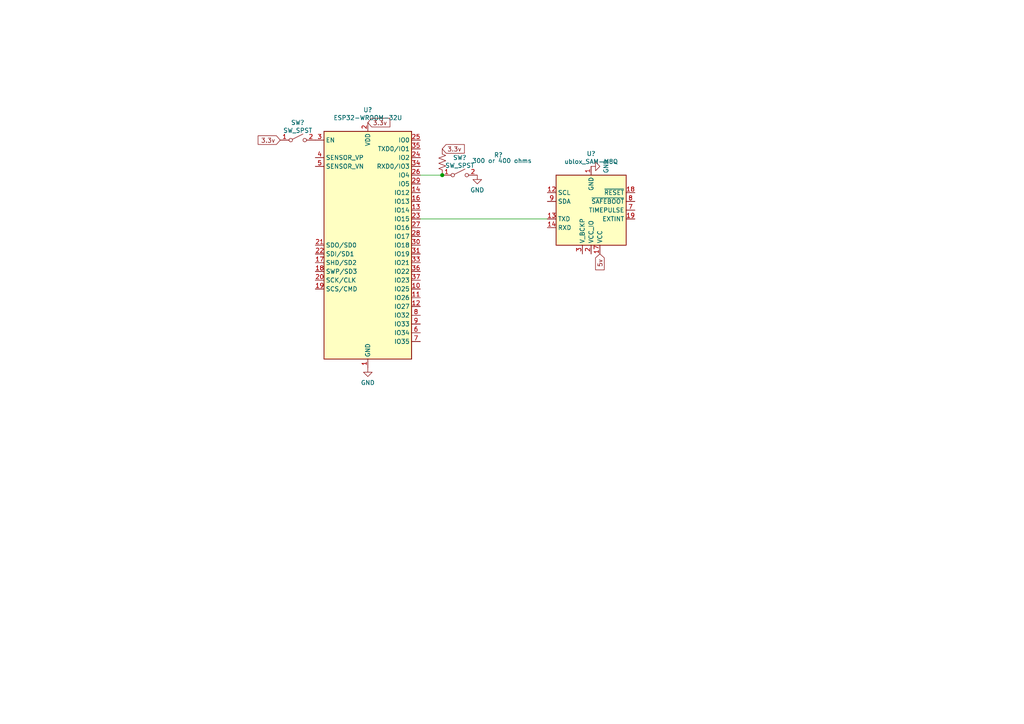
<source format=kicad_sch>
(kicad_sch (version 20210126) (generator eeschema)
  (paper "A4")
  (lib_symbols
    (symbol "Device:R_US" (pin_numbers hide) (pin_names (offset 0))
      (property "Reference" "R" (at 2.54 0 90))
      (property "Value" "R_US" (at -2.54 0 90))
      (symbol "R_US_0_1"
        (polyline (pts (xy 0 -2.286) (xy 0 -2.54)))
        (polyline (pts (xy 0 2.286) (xy 0 2.54)))
        (polyline (pts (xy 0 -0.762) (xy 1.016 -1.143) (xy 0 -1.524) (xy -1.016 -1.905) (xy 0 -2.286)))
        (polyline (pts (xy 0 0.762) (xy 1.016 0.381) (xy 0 0) (xy -1.016 -0.381) (xy 0 -0.762)))
        (polyline (pts (xy 0 2.286) (xy 1.016 1.905) (xy 0 1.524) (xy -1.016 1.143) (xy 0 0.762)))
      )
      (symbol "R_US_1_1"
        (pin passive line (at 0 3.81 270) (length 1.27) (name "~") (number "1"))
        (pin passive line (at 0 -3.81 90) (length 1.27) (name "~") (number "2"))
      )
    )
    (symbol "RF_GPS:ublox_SAM-M8Q"
      (property "Reference" "U" (at -8.89 11.43 0))
      (property "Value" "ublox_SAM-M8Q" (at 11.43 11.43 0))
      (symbol "ublox_SAM-M8Q_0_1"
        (rectangle (start -10.16 10.16) (end 10.16 -10.16) (stroke (width 0.254)) (fill (type background)))
      )
      (symbol "ublox_SAM-M8Q_1_1"
        (pin power_in line (at 0 -12.7 90) (length 2.54) (name "GND") (number "1"))
        (pin passive line (at 0 -12.7 90) (length 2.54) hide (name "GND") (number "10"))
        (pin passive line (at 0 -12.7 90) (length 2.54) hide (name "GND") (number "11"))
        (pin input line (at 12.7 -5.08 180) (length 2.54) (name "SCL") (number "12"))
        (pin output line (at 12.7 2.54 180) (length 2.54) (name "TXD") (number "13"))
        (pin input line (at 12.7 5.08 180) (length 2.54) (name "RXD") (number "14"))
        (pin passive line (at 0 -12.7 90) (length 2.54) hide (name "GND") (number "15"))
        (pin passive line (at 0 -12.7 90) (length 2.54) hide (name "GND") (number "16"))
        (pin power_in line (at -2.54 12.7 270) (length 2.54) (name "VCC") (number "17"))
        (pin input line (at -12.7 -5.08 0) (length 2.54) (name "~RESET") (number "18"))
        (pin input line (at -12.7 2.54 0) (length 2.54) (name "EXTINT") (number "19"))
        (pin power_in line (at 0 12.7 270) (length 2.54) (name "VCC_IO") (number "2"))
        (pin passive line (at 0 -12.7 90) (length 2.54) hide (name "GND") (number "20"))
        (pin power_in line (at 2.54 12.7 270) (length 2.54) (name "V_BCKP") (number "3"))
        (pin passive line (at 0 -12.7 90) (length 2.54) hide (name "GND") (number "4"))
        (pin passive line (at 0 -12.7 90) (length 2.54) hide (name "GND") (number "5"))
        (pin passive line (at 0 -12.7 90) (length 2.54) hide (name "GND") (number "6"))
        (pin output line (at -12.7 0 0) (length 2.54) (name "TIMEPULSE") (number "7"))
        (pin input line (at -12.7 -2.54 0) (length 2.54) (name "~SAFEBOOT") (number "8"))
        (pin bidirectional line (at 12.7 -2.54 180) (length 2.54) (name "SDA") (number "9"))
      )
    )
    (symbol "RF_Module:ESP32-WROOM-32U"
      (property "Reference" "U" (at -12.7 34.29 0))
      (property "Value" "ESP32-WROOM-32U" (at 1.27 34.29 0))
      (symbol "ESP32-WROOM-32U_0_1"
        (rectangle (start -12.7 33.02) (end 12.7 -33.02) (stroke (width 0.254)) (fill (type background)))
      )
      (symbol "ESP32-WROOM-32U_1_1"
        (pin power_in line (at 0 -35.56 90) (length 2.54) (name "GND") (number "1"))
        (pin bidirectional line (at 15.24 -12.7 180) (length 2.54) (name "IO25") (number "10"))
        (pin bidirectional line (at 15.24 -15.24 180) (length 2.54) (name "IO26") (number "11"))
        (pin bidirectional line (at 15.24 -17.78 180) (length 2.54) (name "IO27") (number "12"))
        (pin bidirectional line (at 15.24 10.16 180) (length 2.54) (name "IO14") (number "13"))
        (pin bidirectional line (at 15.24 15.24 180) (length 2.54) (name "IO12") (number "14"))
        (pin passive line (at 0 -35.56 90) (length 2.54) hide (name "GND") (number "15"))
        (pin bidirectional line (at 15.24 12.7 180) (length 2.54) (name "IO13") (number "16"))
        (pin bidirectional line (at -15.24 -5.08 0) (length 2.54) (name "SHD/SD2") (number "17"))
        (pin bidirectional line (at -15.24 -7.62 0) (length 2.54) (name "SWP/SD3") (number "18"))
        (pin bidirectional line (at -15.24 -12.7 0) (length 2.54) (name "SCS/CMD") (number "19"))
        (pin power_in line (at 0 35.56 270) (length 2.54) (name "VDD") (number "2"))
        (pin bidirectional line (at -15.24 -10.16 0) (length 2.54) (name "SCK/CLK") (number "20"))
        (pin bidirectional line (at -15.24 0 0) (length 2.54) (name "SDO/SD0") (number "21"))
        (pin bidirectional line (at -15.24 -2.54 0) (length 2.54) (name "SDI/SD1") (number "22"))
        (pin bidirectional line (at 15.24 7.62 180) (length 2.54) (name "IO15") (number "23"))
        (pin bidirectional line (at 15.24 25.4 180) (length 2.54) (name "IO2") (number "24"))
        (pin bidirectional line (at 15.24 30.48 180) (length 2.54) (name "IO0") (number "25"))
        (pin bidirectional line (at 15.24 20.32 180) (length 2.54) (name "IO4") (number "26"))
        (pin bidirectional line (at 15.24 5.08 180) (length 2.54) (name "IO16") (number "27"))
        (pin bidirectional line (at 15.24 2.54 180) (length 2.54) (name "IO17") (number "28"))
        (pin bidirectional line (at 15.24 17.78 180) (length 2.54) (name "IO5") (number "29"))
        (pin input line (at -15.24 30.48 0) (length 2.54) (name "EN") (number "3"))
        (pin bidirectional line (at 15.24 0 180) (length 2.54) (name "IO18") (number "30"))
        (pin bidirectional line (at 15.24 -2.54 180) (length 2.54) (name "IO19") (number "31"))
        (pin no_connect line (at -12.7 -27.94 0) (length 2.54) hide (name "NC") (number "32"))
        (pin bidirectional line (at 15.24 -5.08 180) (length 2.54) (name "IO21") (number "33"))
        (pin bidirectional line (at 15.24 22.86 180) (length 2.54) (name "RXD0/IO3") (number "34"))
        (pin bidirectional line (at 15.24 27.94 180) (length 2.54) (name "TXD0/IO1") (number "35"))
        (pin bidirectional line (at 15.24 -7.62 180) (length 2.54) (name "IO22") (number "36"))
        (pin bidirectional line (at 15.24 -10.16 180) (length 2.54) (name "IO23") (number "37"))
        (pin passive line (at 0 -35.56 90) (length 2.54) hide (name "GND") (number "38"))
        (pin passive line (at 0 -35.56 90) (length 2.54) hide (name "GND") (number "39"))
        (pin input line (at -15.24 25.4 0) (length 2.54) (name "SENSOR_VP") (number "4"))
        (pin input line (at -15.24 22.86 0) (length 2.54) (name "SENSOR_VN") (number "5"))
        (pin input line (at 15.24 -25.4 180) (length 2.54) (name "IO34") (number "6"))
        (pin input line (at 15.24 -27.94 180) (length 2.54) (name "IO35") (number "7"))
        (pin bidirectional line (at 15.24 -20.32 180) (length 2.54) (name "IO32") (number "8"))
        (pin bidirectional line (at 15.24 -22.86 180) (length 2.54) (name "IO33") (number "9"))
      )
    )
    (symbol "Switch:SW_SPST" (pin_names (offset 0) hide)
      (property "Reference" "SW" (at 0 3.175 0))
      (property "Value" "SW_SPST" (at 0 -2.54 0))
      (symbol "SW_SPST_0_0"
        (circle (center -2.032 0) (radius 0.508))
        (circle (center 2.032 0) (radius 0.508))
        (polyline (pts (xy -1.524 0.254) (xy 1.524 1.778)))
      )
      (symbol "SW_SPST_1_1"
        (pin passive line (at -5.08 0 0) (length 2.54) (name "A") (number "1"))
        (pin passive line (at 5.08 0 180) (length 2.54) (name "B") (number "2"))
      )
    )
    (symbol "power:GND" (power) (pin_names (offset 0))
      (property "Value" "GND" (at 0 -3.81 0))
      (symbol "GND_0_1"
        (polyline (pts (xy 0 0) (xy 0 -1.27) (xy 1.27 -1.27) (xy 0 -2.54) (xy -1.27 -1.27) (xy 0 -1.27)))
      )
      (symbol "GND_1_1"
        (pin power_in line (at 0 0 270) (length 0) hide (name "GND") (number "1"))
      )
    )
  )
  (junction (at 128.27 50.8) (diameter 1.016))
  (wire (pts (xy 121.92 50.8) (xy 128.27 50.8)))
  (wire (pts (xy 121.92 63.5) (xy 158.75 63.5)))
  (global_label "3.3v" (shape input) (at 81.28 40.64 180) (property "Intersheet References" "${INTERSHEET_REFS}" (effects hide)))
  (global_label "3.3v" (shape input) (at 106.68 35.56 0) (property "Intersheet References" "${INTERSHEET_REFS}" (effects hide)))
  (global_label "3.3v" (shape input) (at 128.27 43.18 0) (property "Intersheet References" "${INTERSHEET_REFS}" (effects hide)))
  (global_label "5v" (shape input) (at 173.99 73.66 270) (property "Intersheet References" "${INTERSHEET_REFS}" (effects hide)))
  (symbol (lib_id "power:GND") (at 106.68 106.68 0) (unit 1)
    (property "Reference" "#PWR?" (effects hide))
    (property "Value" "GND" (at 106.68 111.0044 0))
  )
  (symbol (lib_id "power:GND") (at 138.43 50.8 0) (unit 1)
    (property "Reference" "#PWR?" (effects hide))
    (property "Value" "GND" (at 138.43 55.1244 0))
  )
  (symbol (lib_id "power:GND") (at 171.45 48.26 90) (unit 1)
    (property "Reference" "#PWR?" (effects hide))
    (property "Value" "GND" (at 175.7744 48.26 0))
  )
  (symbol (lib_id "Device:R_US") (at 128.27 46.99 0) (unit 1)
    (property "Reference" "R?" (at 143.2561 44.9591 0) (effects (justify left)))
    (property "Value" "300 or 400 ohms" (at 136.9061 46.6228 0) (effects (justify left)))
  )
  (symbol (lib_id "Switch:SW_SPST") (at 86.36 40.64 0) (unit 1)
    (property "Reference" "SW?" (at 86.36 35.5558 0))
    (property "Value" "SW_SPST" (at 86.36 37.8545 0))
  )
  (symbol (lib_id "Switch:SW_SPST") (at 133.35 50.8 0) (unit 1)
    (property "Reference" "SW?" (at 133.35 45.7158 0))
    (property "Value" "SW_SPST" (at 133.35 48.0145 0))
  )
  (symbol (lib_id "RF_GPS:ublox_SAM-M8Q") (at 171.45 60.96 180) (unit 1)
    (property "Reference" "U?" (at 171.45 44.5728 0))
    (property "Value" "ublox_SAM-M8Q" (at 171.45 46.8715 0))
    (property "Footprint" "RF_GPS:ublox_SAM-M8Q" (effects hide))
    (property "Datasheet" "https://www.u-blox.com/sites/default/files/SAM-M8Q_DataSheet_%28UBX-16012619%29.pdf" (effects hide))
  )
  (symbol (lib_id "RF_Module:ESP32-WROOM-32U") (at 106.68 71.12 0) (unit 1)
    (property "Reference" "U?" (at 106.68 31.8728 0))
    (property "Value" "ESP32-WROOM-32U" (at 106.68 34.1715 0))
    (property "Footprint" "RF_Module:ESP32-WROOM-32U" (effects hide))
    (property "Datasheet" "https://www.espressif.com/sites/default/files/documentation/esp32-wroom-32d_esp32-wroom-32u_datasheet_en.pdf" (effects hide))
  )
)
</source>
